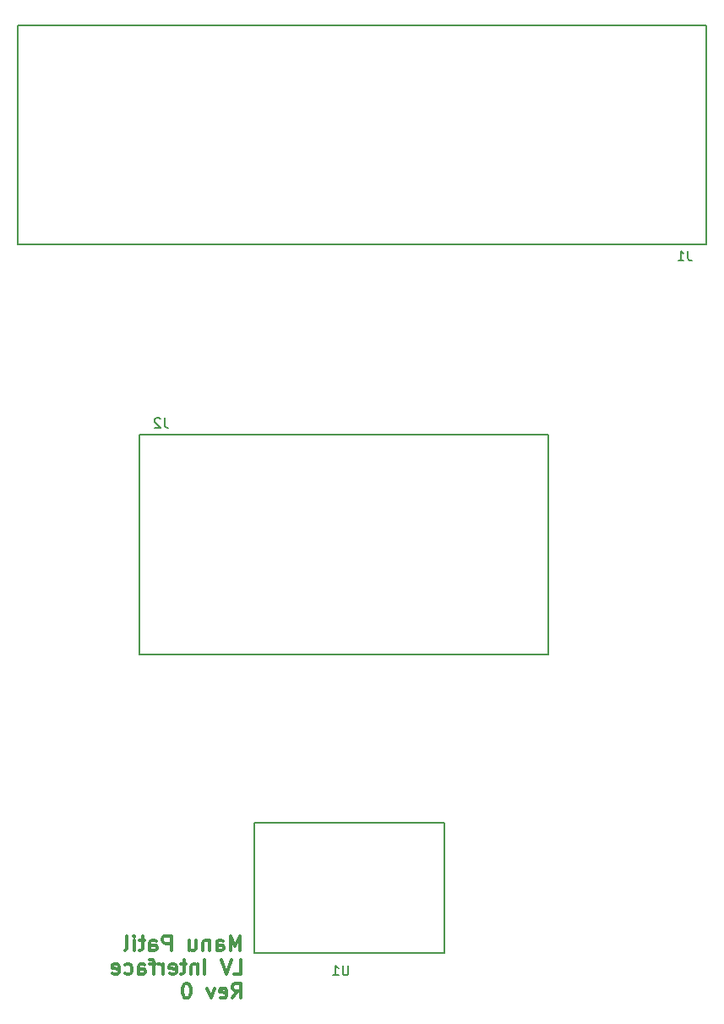
<source format=gbo>
G04 #@! TF.GenerationSoftware,KiCad,Pcbnew,5.0.2-bee76a0~70~ubuntu18.04.1*
G04 #@! TF.CreationDate,2021-09-27T14:10:48-04:00*
G04 #@! TF.ProjectId,LV Interface,4c562049-6e74-4657-9266-6163652e6b69,rev?*
G04 #@! TF.SameCoordinates,Original*
G04 #@! TF.FileFunction,Legend,Bot*
G04 #@! TF.FilePolarity,Positive*
%FSLAX46Y46*%
G04 Gerber Fmt 4.6, Leading zero omitted, Abs format (unit mm)*
G04 Created by KiCad (PCBNEW 5.0.2-bee76a0~70~ubuntu18.04.1) date Mon 27 Sep 2021 02:10:48 PM EDT*
%MOMM*%
%LPD*%
G01*
G04 APERTURE LIST*
%ADD10C,0.300000*%
%ADD11C,0.150000*%
G04 APERTURE END LIST*
D10*
X41019562Y-114915071D02*
X41519562Y-114200785D01*
X41876705Y-114915071D02*
X41876705Y-113415071D01*
X41305277Y-113415071D01*
X41162420Y-113486500D01*
X41090991Y-113557928D01*
X41019562Y-113700785D01*
X41019562Y-113915071D01*
X41090991Y-114057928D01*
X41162420Y-114129357D01*
X41305277Y-114200785D01*
X41876705Y-114200785D01*
X39805277Y-114843642D02*
X39948134Y-114915071D01*
X40233848Y-114915071D01*
X40376705Y-114843642D01*
X40448134Y-114700785D01*
X40448134Y-114129357D01*
X40376705Y-113986500D01*
X40233848Y-113915071D01*
X39948134Y-113915071D01*
X39805277Y-113986500D01*
X39733848Y-114129357D01*
X39733848Y-114272214D01*
X40448134Y-114415071D01*
X39233848Y-113915071D02*
X38876705Y-114915071D01*
X38519562Y-113915071D01*
X36519562Y-113415071D02*
X36376705Y-113415071D01*
X36233848Y-113486500D01*
X36162420Y-113557928D01*
X36090991Y-113700785D01*
X36019562Y-113986500D01*
X36019562Y-114343642D01*
X36090991Y-114629357D01*
X36162420Y-114772214D01*
X36233848Y-114843642D01*
X36376705Y-114915071D01*
X36519562Y-114915071D01*
X36662420Y-114843642D01*
X36733848Y-114772214D01*
X36805277Y-114629357D01*
X36876705Y-114343642D01*
X36876705Y-113986500D01*
X36805277Y-113700785D01*
X36733848Y-113557928D01*
X36662420Y-113486500D01*
X36519562Y-113415071D01*
X41190465Y-112537631D02*
X41904751Y-112537631D01*
X41904751Y-111037631D01*
X40904751Y-111037631D02*
X40404751Y-112537631D01*
X39904751Y-111037631D01*
X38261894Y-112537631D02*
X38261894Y-111037631D01*
X37547608Y-111537631D02*
X37547608Y-112537631D01*
X37547608Y-111680488D02*
X37476180Y-111609060D01*
X37333322Y-111537631D01*
X37119037Y-111537631D01*
X36976180Y-111609060D01*
X36904751Y-111751917D01*
X36904751Y-112537631D01*
X36404751Y-111537631D02*
X35833322Y-111537631D01*
X36190465Y-111037631D02*
X36190465Y-112323345D01*
X36119037Y-112466202D01*
X35976180Y-112537631D01*
X35833322Y-112537631D01*
X34761894Y-112466202D02*
X34904751Y-112537631D01*
X35190465Y-112537631D01*
X35333322Y-112466202D01*
X35404751Y-112323345D01*
X35404751Y-111751917D01*
X35333322Y-111609060D01*
X35190465Y-111537631D01*
X34904751Y-111537631D01*
X34761894Y-111609060D01*
X34690465Y-111751917D01*
X34690465Y-111894774D01*
X35404751Y-112037631D01*
X34047608Y-112537631D02*
X34047608Y-111537631D01*
X34047608Y-111823345D02*
X33976180Y-111680488D01*
X33904751Y-111609060D01*
X33761894Y-111537631D01*
X33619037Y-111537631D01*
X33333322Y-111537631D02*
X32761894Y-111537631D01*
X33119037Y-112537631D02*
X33119037Y-111251917D01*
X33047608Y-111109060D01*
X32904751Y-111037631D01*
X32761894Y-111037631D01*
X31619037Y-112537631D02*
X31619037Y-111751917D01*
X31690465Y-111609060D01*
X31833322Y-111537631D01*
X32119037Y-111537631D01*
X32261894Y-111609060D01*
X31619037Y-112466202D02*
X31761894Y-112537631D01*
X32119037Y-112537631D01*
X32261894Y-112466202D01*
X32333322Y-112323345D01*
X32333322Y-112180488D01*
X32261894Y-112037631D01*
X32119037Y-111966202D01*
X31761894Y-111966202D01*
X31619037Y-111894774D01*
X30261894Y-112466202D02*
X30404751Y-112537631D01*
X30690465Y-112537631D01*
X30833322Y-112466202D01*
X30904751Y-112394774D01*
X30976180Y-112251917D01*
X30976180Y-111823345D01*
X30904751Y-111680488D01*
X30833322Y-111609060D01*
X30690465Y-111537631D01*
X30404751Y-111537631D01*
X30261894Y-111609060D01*
X29047608Y-112466202D02*
X29190465Y-112537631D01*
X29476180Y-112537631D01*
X29619037Y-112466202D01*
X29690465Y-112323345D01*
X29690465Y-111751917D01*
X29619037Y-111609060D01*
X29476180Y-111537631D01*
X29190465Y-111537631D01*
X29047608Y-111609060D01*
X28976180Y-111751917D01*
X28976180Y-111894774D01*
X29690465Y-112037631D01*
X41820385Y-110162731D02*
X41820385Y-108662731D01*
X41320385Y-109734160D01*
X40820385Y-108662731D01*
X40820385Y-110162731D01*
X39463242Y-110162731D02*
X39463242Y-109377017D01*
X39534671Y-109234160D01*
X39677528Y-109162731D01*
X39963242Y-109162731D01*
X40106100Y-109234160D01*
X39463242Y-110091302D02*
X39606100Y-110162731D01*
X39963242Y-110162731D01*
X40106100Y-110091302D01*
X40177528Y-109948445D01*
X40177528Y-109805588D01*
X40106100Y-109662731D01*
X39963242Y-109591302D01*
X39606100Y-109591302D01*
X39463242Y-109519874D01*
X38748957Y-109162731D02*
X38748957Y-110162731D01*
X38748957Y-109305588D02*
X38677528Y-109234160D01*
X38534671Y-109162731D01*
X38320385Y-109162731D01*
X38177528Y-109234160D01*
X38106100Y-109377017D01*
X38106100Y-110162731D01*
X36748957Y-109162731D02*
X36748957Y-110162731D01*
X37391814Y-109162731D02*
X37391814Y-109948445D01*
X37320385Y-110091302D01*
X37177528Y-110162731D01*
X36963242Y-110162731D01*
X36820385Y-110091302D01*
X36748957Y-110019874D01*
X34891814Y-110162731D02*
X34891814Y-108662731D01*
X34320385Y-108662731D01*
X34177528Y-108734160D01*
X34106100Y-108805588D01*
X34034671Y-108948445D01*
X34034671Y-109162731D01*
X34106100Y-109305588D01*
X34177528Y-109377017D01*
X34320385Y-109448445D01*
X34891814Y-109448445D01*
X32748957Y-110162731D02*
X32748957Y-109377017D01*
X32820385Y-109234160D01*
X32963242Y-109162731D01*
X33248957Y-109162731D01*
X33391814Y-109234160D01*
X32748957Y-110091302D02*
X32891814Y-110162731D01*
X33248957Y-110162731D01*
X33391814Y-110091302D01*
X33463242Y-109948445D01*
X33463242Y-109805588D01*
X33391814Y-109662731D01*
X33248957Y-109591302D01*
X32891814Y-109591302D01*
X32748957Y-109519874D01*
X32248957Y-109162731D02*
X31677528Y-109162731D01*
X32034671Y-108662731D02*
X32034671Y-109948445D01*
X31963242Y-110091302D01*
X31820385Y-110162731D01*
X31677528Y-110162731D01*
X31177528Y-110162731D02*
X31177528Y-109162731D01*
X31177528Y-108662731D02*
X31248957Y-108734160D01*
X31177528Y-108805588D01*
X31106100Y-108734160D01*
X31177528Y-108662731D01*
X31177528Y-108805588D01*
X30248957Y-110162731D02*
X30391814Y-110091302D01*
X30463242Y-109948445D01*
X30463242Y-108662731D01*
D11*
G04 #@! TO.C,J1*
X88550000Y-17480000D02*
X19550000Y-17480000D01*
X19550000Y-17480000D02*
X19550000Y-39480000D01*
X19550000Y-39480000D02*
X88550000Y-39480000D01*
X88550000Y-39480000D02*
X88550000Y-17480000D01*
G04 #@! TO.C,J2*
X31701220Y-80510660D02*
X72701220Y-80510660D01*
X72701220Y-80510660D02*
X72701220Y-58510660D01*
X72701220Y-58510660D02*
X31701220Y-58510660D01*
X31701220Y-58510660D02*
X31701220Y-80510660D01*
G04 #@! TO.C,U1*
X43268360Y-110364020D02*
X43268360Y-108364020D01*
X62268360Y-110364020D02*
X43268360Y-110364020D01*
X62268360Y-97364020D02*
X62268360Y-110364020D01*
X43268360Y-97364020D02*
X62268360Y-97364020D01*
X43268360Y-108364020D02*
X43268360Y-97364020D01*
G04 #@! TO.C,J1*
X86693333Y-40092380D02*
X86693333Y-40806666D01*
X86740952Y-40949523D01*
X86836190Y-41044761D01*
X86979047Y-41092380D01*
X87074285Y-41092380D01*
X85693333Y-41092380D02*
X86264761Y-41092380D01*
X85979047Y-41092380D02*
X85979047Y-40092380D01*
X86074285Y-40235238D01*
X86169523Y-40330476D01*
X86264761Y-40378095D01*
G04 #@! TO.C,J2*
X34224553Y-56803040D02*
X34224553Y-57517326D01*
X34272172Y-57660183D01*
X34367410Y-57755421D01*
X34510267Y-57803040D01*
X34605505Y-57803040D01*
X33795981Y-56898279D02*
X33748362Y-56850660D01*
X33653124Y-56803040D01*
X33415029Y-56803040D01*
X33319791Y-56850660D01*
X33272172Y-56898279D01*
X33224553Y-56993517D01*
X33224553Y-57088755D01*
X33272172Y-57231612D01*
X33843600Y-57803040D01*
X33224553Y-57803040D01*
G04 #@! TO.C,U1*
X52664264Y-111626400D02*
X52664264Y-112435924D01*
X52616645Y-112531162D01*
X52569026Y-112578781D01*
X52473788Y-112626400D01*
X52283312Y-112626400D01*
X52188074Y-112578781D01*
X52140455Y-112531162D01*
X52092836Y-112435924D01*
X52092836Y-111626400D01*
X51092836Y-112626400D02*
X51664264Y-112626400D01*
X51378550Y-112626400D02*
X51378550Y-111626400D01*
X51473788Y-111769258D01*
X51569026Y-111864496D01*
X51664264Y-111912115D01*
G04 #@! TD*
M02*

</source>
